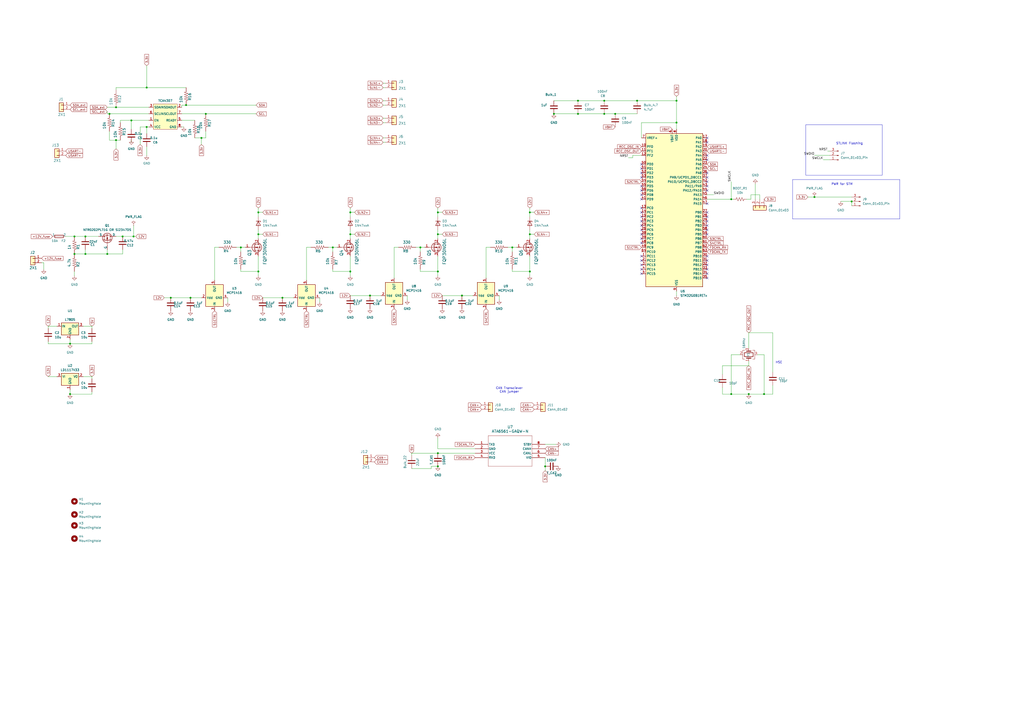
<source format=kicad_sch>
(kicad_sch (version 20250114) (generator "eeschema") (generator_version "9.0")
  (paper "A2")
  (text "HSE\n" (at 451.866 210.312 0) (effects (font (size 1.27 1.27))))
  (text "STLINK Flashing\n" (at 492.76 83.312 0) (effects (font (size 1.27 1.27))))
  (text "CAN Transciever\nCAN jumper\n" (at 295.402 226.314 0) (effects (font (size 1.27 1.27))))
  (text "PWR for STM" (at 488.442 106.934 0) (effects (font (size 1.27 1.27))))
  (text_box "" (at 459.74 104.14 0) (size 62.23 22.86) (margins 0.9525 0.9525 0.9525 0.9525) (effects (font (size 1.27 1.27)) (justify left top)))
  (text_box "" (at 467.36 72.39 0) (size 44.45 29.21) (margins 0.9525 0.9525 0.9525 0.9525) (effects (font (size 1.27 1.27)) (justify left top)))
  (junction (at 139.7 143.51))
  (junction (at 254 157.48))
  (junction (at 40.64 228.6))
  (junction (at 392.43 58.42))
  (junction (at 335.28 66.04))
  (junction (at 350.52 58.42))
  (junction (at 203.2 123.19))
  (junction (at 203.2 135.89))
  (junction (at 43.18 137.16))
  (junction (at 243.84 143.51))
  (junction (at 110.49 172.72))
  (junction (at 63.5 66.04))
  (junction (at 71.12 137.16))
  (junction (at 193.04 143.51))
  (junction (at 254 270.51))
  (junction (at 356.87 66.04))
  (junction (at 254 262.89))
  (junction (at 43.18 147.32))
  (junction (at 254 123.19))
  (junction (at 472.44 114.3))
  (junction (at 307.34 135.89))
  (junction (at 149.86 157.48))
  (junction (at 434.34 228.6))
  (junction (at 350.52 66.04))
  (junction (at 335.28 58.42))
  (junction (at 443.23 228.6))
  (junction (at 107.95 60.96))
  (junction (at 424.18 115.57))
  (junction (at 76.2 69.85))
  (junction (at 149.86 123.19))
  (junction (at 307.34 157.48))
  (junction (at 149.86 135.89))
  (junction (at 119.38 66.04))
  (junction (at 316.23 270.51))
  (junction (at 85.09 50.8))
  (junction (at 392.43 71.12))
  (junction (at 494.03 116.84))
  (junction (at 307.34 123.19))
  (junction (at 214.63 171.45))
  (junction (at 163.83 172.72))
  (junction (at 116.84 80.01))
  (junction (at 267.97 171.45))
  (junction (at 297.18 143.51))
  (junction (at 77.47 137.16))
  (junction (at 99.06 172.72))
  (junction (at 85.09 73.66))
  (junction (at 321.31 66.04))
  (junction (at 67.31 81.28))
  (junction (at 49.53 147.32))
  (junction (at 67.31 62.23))
  (junction (at 254 135.89))
  (junction (at 49.53 137.16))
  (junction (at 203.2 157.48))
  (junction (at 369.57 58.42))
  (junction (at 62.23 147.32))
  (junction (at 40.64 199.39))
  (junction (at 424.18 228.6))
  (no_connect (at 372.11 148.59))
  (no_connect (at 410.21 156.21))
  (no_connect (at 410.21 92.71))
  (no_connect (at 372.11 120.65))
  (no_connect (at 372.11 115.57))
  (no_connect (at 372.11 130.81))
  (no_connect (at 372.11 128.27))
  (no_connect (at 410.21 123.19))
  (no_connect (at 410.21 161.29))
  (no_connect (at 372.11 156.21))
  (no_connect (at 410.21 107.95))
  (no_connect (at 372.11 110.49))
  (no_connect (at 410.21 151.13))
  (no_connect (at 372.11 107.95))
  (no_connect (at 410.21 105.41))
  (no_connect (at 410.21 158.75))
  (no_connect (at 410.21 133.35))
  (no_connect (at 372.11 97.79))
  (no_connect (at 410.21 80.01))
  (no_connect (at 372.11 151.13))
  (no_connect (at 410.21 102.87))
  (no_connect (at 372.11 113.03))
  (no_connect (at 372.11 153.67))
  (no_connect (at 372.11 125.73))
  (no_connect (at 410.21 100.33))
  (no_connect (at 372.11 140.97))
  (no_connect (at 410.21 110.49))
  (no_connect (at 410.21 125.73))
  (no_connect (at 372.11 138.43))
  (no_connect (at 410.21 128.27))
  (no_connect (at 372.11 123.19))
  (no_connect (at 410.21 82.55))
  (no_connect (at 372.11 133.35))
  (no_connect (at 372.11 158.75))
  (no_connect (at 410.21 148.59))
  (no_connect (at 372.11 102.87))
  (no_connect (at 372.11 135.89))
  (no_connect (at 372.11 100.33))
  (no_connect (at 410.21 118.11))
  (no_connect (at 372.11 95.25))
  (no_connect (at 410.21 135.89))
  (no_connect (at 410.21 90.17))
  (no_connect (at 410.21 153.67))
  (no_connect (at 410.21 130.81))
  (wire (pts (xy 222.25 82.55) (xy 223.52 82.55)))
  (wire (pts (xy 307.34 157.48) (xy 307.34 160.02)))
  (wire (pts (xy 81.28 73.66) (xy 85.09 73.66)))
  (wire (pts (xy 392.43 55.88) (xy 392.43 58.42)))
  (wire (pts (xy 149.86 133.35) (xy 149.86 135.89)))
  (wire (pts (xy 392.43 58.42) (xy 369.57 58.42)))
  (wire (pts (xy 27.94 199.39) (xy 27.94 198.12)))
  (wire (pts (xy 203.2 123.19) (xy 205.74 123.19)))
  (wire (pts (xy 477.52 92.71) (xy 481.33 92.71)))
  (wire (pts (xy 149.86 135.89) (xy 149.86 138.43)))
  (wire (pts (xy 193.04 143.51) (xy 195.58 143.51)))
  (wire (pts (xy 203.2 123.19) (xy 203.2 125.73)))
  (wire (pts (xy 480.06 87.63) (xy 481.33 87.63)))
  (wire (pts (xy 49.53 137.16) (xy 57.15 137.16)))
  (wire (pts (xy 63.5 81.28) (xy 67.31 81.28)))
  (wire (pts (xy 53.34 218.44) (xy 53.34 219.71)))
  (wire (pts (xy 254 135.89) (xy 254 138.43)))
  (wire (pts (xy 372.11 71.12) (xy 392.43 71.12)))
  (wire (pts (xy 297.18 143.51) (xy 297.18 146.05)))
  (wire (pts (xy 105.41 66.04) (xy 119.38 66.04)))
  (wire (pts (xy 297.18 143.51) (xy 299.72 143.51)))
  (wire (pts (xy 472.44 114.3) (xy 494.03 114.3)))
  (wire (pts (xy 63.5 76.2) (xy 63.5 81.28)))
  (wire (pts (xy 27.94 189.23) (xy 33.02 189.23)))
  (wire (pts (xy 110.49 172.72) (xy 116.84 172.72)))
  (wire (pts (xy 139.7 143.51) (xy 142.24 143.51)))
  (wire (pts (xy 222.25 68.58) (xy 223.52 68.58)))
  (wire (pts (xy 63.5 66.04) (xy 62.23 66.04)))
  (wire (pts (xy 203.2 133.35) (xy 203.2 135.89)))
  (wire (pts (xy 228.6 143.51) (xy 231.14 143.51)))
  (wire (pts (xy 24.13 152.4) (xy 25.4 152.4)))
  (wire (pts (xy 76.2 69.85) (xy 76.2 74.93)))
  (wire (pts (xy 424.18 115.57) (xy 425.45 115.57)))
  (wire (pts (xy 289.56 171.45) (xy 289.56 173.99)))
  (wire (pts (xy 124.46 143.51) (xy 127 143.51)))
  (wire (pts (xy 281.94 143.51) (xy 284.48 143.51)))
  (wire (pts (xy 243.84 143.51) (xy 243.84 146.05)))
  (wire (pts (xy 419.1 212.09) (xy 419.1 217.17)))
  (wire (pts (xy 193.04 157.48) (xy 203.2 157.48)))
  (wire (pts (xy 443.23 228.6) (xy 443.23 205.74)))
  (wire (pts (xy 250.19 271.78) (xy 250.19 270.51)))
  (wire (pts (xy 203.2 171.45) (xy 214.63 171.45)))
  (wire (pts (xy 137.16 143.51) (xy 139.7 143.51)))
  (wire (pts (xy 448.31 228.6) (xy 443.23 228.6)))
  (wire (pts (xy 85.09 50.8) (xy 85.09 38.1)))
  (wire (pts (xy 49.53 147.32) (xy 43.18 147.32)))
  (wire (pts (xy 254 123.19) (xy 256.54 123.19)))
  (wire (pts (xy 69.85 69.85) (xy 69.85 71.12)))
  (wire (pts (xy 364.49 91.44) (xy 367.03 91.44)))
  (wire (pts (xy 297.18 156.21) (xy 297.18 157.48)))
  (wire (pts (xy 254 157.48) (xy 254 148.59)))
  (wire (pts (xy 243.84 156.21) (xy 243.84 157.48)))
  (wire (pts (xy 222.25 80.01) (xy 223.52 80.01)))
  (wire (pts (xy 350.52 58.42) (xy 369.57 58.42)))
  (wire (pts (xy 228.6 143.51) (xy 228.6 161.29)))
  (wire (pts (xy 85.09 50.8) (xy 107.95 50.8)))
  (wire (pts (xy 62.23 147.32) (xy 49.53 147.32)))
  (wire (pts (xy 119.38 66.04) (xy 148.59 66.04)))
  (wire (pts (xy 116.84 80.01) (xy 119.38 80.01)))
  (wire (pts (xy 81.28 73.66) (xy 81.28 83.82)))
  (wire (pts (xy 494.03 116.84) (xy 494.03 119.38)))
  (wire (pts (xy 392.43 71.12) (xy 392.43 74.93)))
  (wire (pts (xy 307.34 135.89) (xy 307.34 138.43)))
  (wire (pts (xy 424.18 228.6) (xy 434.34 228.6)))
  (wire (pts (xy 254 262.89) (xy 275.59 262.89)))
  (wire (pts (xy 297.18 157.48) (xy 307.34 157.48)))
  (wire (pts (xy 113.03 80.01) (xy 116.84 80.01)))
  (wire (pts (xy 367.03 90.17) (xy 372.11 90.17)))
  (wire (pts (xy 254 135.89) (xy 256.54 135.89)))
  (wire (pts (xy 86.36 69.85) (xy 76.2 69.85)))
  (wire (pts (xy 203.2 157.48) (xy 203.2 160.02)))
  (wire (pts (xy 424.18 205.74) (xy 429.26 205.74)))
  (wire (pts (xy 443.23 205.74) (xy 439.42 205.74)))
  (wire (pts (xy 419.1 212.09) (xy 434.34 212.09)))
  (wire (pts (xy 124.46 143.51) (xy 124.46 162.56)))
  (wire (pts (xy 71.12 137.16) (xy 77.47 137.16)))
  (wire (pts (xy 71.12 144.78) (xy 71.12 147.32)))
  (wire (pts (xy 254 123.19) (xy 254 125.73)))
  (wire (pts (xy 222.25 58.42) (xy 223.52 58.42)))
  (wire (pts (xy 193.04 156.21) (xy 193.04 157.48)))
  (wire (pts (xy 67.31 62.23) (xy 62.23 62.23)))
  (wire (pts (xy 48.26 189.23) (xy 53.34 189.23)))
  (wire (pts (xy 256.54 171.45) (xy 267.97 171.45)))
  (wire (pts (xy 448.31 223.52) (xy 448.31 228.6)))
  (wire (pts (xy 53.34 189.23) (xy 53.34 190.5)))
  (wire (pts (xy 281.94 143.51) (xy 281.94 161.29)))
  (wire (pts (xy 62.23 144.78) (xy 62.23 147.32)))
  (wire (pts (xy 275.59 260.35) (xy 254 260.35)))
  (wire (pts (xy 372.11 71.12) (xy 372.11 80.01)))
  (wire (pts (xy 185.42 172.72) (xy 185.42 175.26)))
  (wire (pts (xy 267.97 171.45) (xy 274.32 171.45)))
  (wire (pts (xy 38.1 137.16) (xy 43.18 137.16)))
  (wire (pts (xy 424.18 205.74) (xy 424.18 228.6)))
  (wire (pts (xy 25.4 152.4) (xy 25.4 156.21)))
  (wire (pts (xy 241.3 143.51) (xy 243.84 143.51)))
  (wire (pts (xy 149.86 123.19) (xy 152.4 123.19)))
  (wire (pts (xy 424.18 105.41) (xy 424.18 115.57)))
  (wire (pts (xy 105.41 60.96) (xy 107.95 60.96)))
  (wire (pts (xy 149.86 120.65) (xy 149.86 123.19)))
  (wire (pts (xy 433.07 115.57) (xy 435.61 115.57)))
  (wire (pts (xy 49.53 144.78) (xy 49.53 147.32)))
  (wire (pts (xy 316.23 270.51) (xy 316.23 265.43)))
  (wire (pts (xy 203.2 135.89) (xy 203.2 138.43)))
  (wire (pts (xy 63.5 66.04) (xy 86.36 66.04)))
  (wire (pts (xy 419.1 224.79) (xy 419.1 228.6)))
  (wire (pts (xy 85.09 73.66) (xy 86.36 73.66)))
  (wire (pts (xy 40.64 196.85) (xy 40.64 199.39)))
  (wire (pts (xy 149.86 135.89) (xy 152.4 135.89)))
  (wire (pts (xy 307.34 133.35) (xy 307.34 135.89)))
  (wire (pts (xy 254 254) (xy 254 260.35)))
  (wire (pts (xy 139.7 143.51) (xy 139.7 146.05)))
  (wire (pts (xy 434.34 193.04) (xy 434.34 201.93)))
  (wire (pts (xy 250.19 270.51) (xy 254 270.51)))
  (wire (pts (xy 105.41 69.85) (xy 113.03 69.85)))
  (wire (pts (xy 177.8 143.51) (xy 177.8 162.56)))
  (wire (pts (xy 254 120.65) (xy 254 123.19)))
  (wire (pts (xy 67.31 62.23) (xy 86.36 62.23)))
  (wire (pts (xy 222.25 50.8) (xy 223.52 50.8)))
  (wire (pts (xy 132.08 172.72) (xy 132.08 175.26)))
  (wire (pts (xy 243.84 143.51) (xy 246.38 143.51)))
  (wire (pts (xy 367.03 91.44) (xy 367.03 90.17)))
  (wire (pts (xy 321.31 58.42) (xy 335.28 58.42)))
  (wire (pts (xy 105.41 60.96) (xy 105.41 62.23)))
  (wire (pts (xy 76.2 82.55) (xy 76.2 81.28)))
  (wire (pts (xy 105.41 73.66) (xy 106.68 73.66)))
  (wire (pts (xy 203.2 120.65) (xy 203.2 123.19)))
  (wire (pts (xy 107.95 60.96) (xy 148.59 60.96)))
  (wire (pts (xy 316.23 273.05) (xy 316.23 270.51)))
  (wire (pts (xy 294.64 143.51) (xy 297.18 143.51)))
  (wire (pts (xy 149.86 157.48) (xy 149.86 148.59)))
  (wire (pts (xy 236.22 171.45) (xy 236.22 173.99)))
  (wire (pts (xy 43.18 137.16) (xy 49.53 137.16)))
  (wire (pts (xy 307.34 123.19) (xy 307.34 125.73)))
  (wire (pts (xy 254 157.48) (xy 254 160.02)))
  (wire (pts (xy 53.34 199.39) (xy 53.34 198.12)))
  (wire (pts (xy 307.34 157.48) (xy 307.34 148.59)))
  (wire (pts (xy 67.31 50.8) (xy 67.31 52.07)))
  (wire (pts (xy 222.25 60.96) (xy 223.52 60.96)))
  (wire (pts (xy 448.31 193.04) (xy 448.31 215.9)))
  (wire (pts (xy 307.34 120.65) (xy 307.34 123.19)))
  (wire (pts (xy 77.47 130.81) (xy 77.47 137.16)))
  (wire (pts (xy 410.21 115.57) (xy 424.18 115.57)))
  (wire (pts (xy 40.64 228.6) (xy 53.34 228.6)))
  (wire (pts (xy 468.63 114.3) (xy 472.44 114.3)))
  (wire (pts (xy 27.94 190.5) (xy 27.94 189.23)))
  (wire (pts (xy 116.84 80.01) (xy 116.84 83.82)))
  (wire (pts (xy 222.25 71.12) (xy 223.52 71.12)))
  (wire (pts (xy 243.84 157.48) (xy 254 157.48)))
  (wire (pts (xy 356.87 66.04) (xy 369.57 66.04)))
  (wire (pts (xy 85.09 90.17) (xy 85.09 85.09)))
  (wire (pts (xy 53.34 228.6) (xy 53.34 227.33)))
  (wire (pts (xy 119.38 80.01) (xy 119.38 76.2)))
  (wire (pts (xy 71.12 147.32) (xy 62.23 147.32)))
  (wire (pts (xy 307.34 123.19) (xy 309.88 123.19)))
  (wire (pts (xy 222.25 48.26) (xy 223.52 48.26)))
  (wire (pts (xy 435.61 115.57) (xy 435.61 113.03)))
  (wire (pts (xy 321.31 66.04) (xy 335.28 66.04)))
  (wire (pts (xy 76.2 69.85) (xy 69.85 69.85)))
  (wire (pts (xy 203.2 157.48) (xy 203.2 148.59)))
  (wire (pts (xy 307.34 135.89) (xy 309.88 135.89)))
  (wire (pts (xy 410.21 113.03) (xy 414.02 113.03)))
  (wire (pts (xy 85.09 77.47) (xy 85.09 73.66)))
  (wire (pts (xy 238.76 262.89) (xy 238.76 264.16)))
  (wire (pts (xy 238.76 271.78) (xy 250.19 271.78)))
  (wire (pts (xy 27.94 199.39) (xy 40.64 199.39)))
  (wire (pts (xy 335.28 66.04) (xy 350.52 66.04)))
  (wire (pts (xy 335.28 58.42) (xy 350.52 58.42)))
  (wire (pts (xy 67.31 81.28) (xy 69.85 81.28)))
  (wire (pts (xy 177.8 143.51) (xy 180.34 143.51)))
  (wire (pts (xy 139.7 157.48) (xy 149.86 157.48)))
  (wire (pts (xy 67.31 50.8) (xy 85.09 50.8)))
  (wire (pts (xy 48.26 218.44) (xy 53.34 218.44)))
  (wire (pts (xy 40.64 226.06) (xy 40.64 228.6)))
  (wire (pts (xy 152.4 172.72) (xy 163.83 172.72)))
  (wire (pts (xy 238.76 262.89) (xy 254 262.89)))
  (wire (pts (xy 434.34 212.09) (xy 434.34 209.55)))
  (wire (pts (xy 214.63 171.45) (xy 220.98 171.45)))
  (wire (pts (xy 27.94 218.44) (xy 33.02 218.44)))
  (wire (pts (xy 163.83 172.72) (xy 170.18 172.72)))
  (wire (pts (xy 316.23 257.81) (xy 322.58 257.81)))
  (wire (pts (xy 472.44 90.17) (xy 481.33 90.17)))
  (wire (pts (xy 190.5 143.51) (xy 193.04 143.51)))
  (wire (pts (xy 43.18 157.48) (xy 43.18 160.02)))
  (wire (pts (xy 95.25 172.72) (xy 99.06 172.72)))
  (wire (pts (xy 440.69 113.03) (xy 440.69 115.57)))
  (wire (pts (xy 419.1 228.6) (xy 424.18 228.6)))
  (wire (pts (xy 139.7 156.21) (xy 139.7 157.48)))
  (wire (pts (xy 438.15 106.68) (xy 438.15 115.57)))
  (wire (pts (xy 434.34 228.6) (xy 443.23 228.6)))
  (wire (pts (xy 149.86 123.19) (xy 149.86 125.73)))
  (wire (pts (xy 149.86 157.48) (xy 149.86 160.02)))
  (wire (pts (xy 193.04 143.51) (xy 193.04 146.05)))
  (wire (pts (xy 77.47 137.16) (xy 78.74 137.16)))
  (wire (pts (xy 67.31 81.28) (xy 67.31 86.36)))
  (wire (pts (xy 494.03 116.84) (xy 487.68 116.84)))
  (wire (pts (xy 99.06 172.72) (xy 110.49 172.72)))
  (wire (pts (xy 434.34 193.04) (xy 448.31 193.04)))
  (wire (pts (xy 435.61 113.03) (xy 440.69 113.03)))
  (wire (pts (xy 67.31 137.16) (xy 71.12 137.16)))
  (wire (pts (xy 392.43 168.91) (xy 392.43 171.45)))
  (wire (pts (xy 203.2 135.89) (xy 205.74 135.89)))
  (wire (pts (xy 40.64 199.39) (xy 53.34 199.39)))
  (wire (pts (xy 62.23 66.04) (xy 62.23 64.77)))
  (wire (pts (xy 392.43 58.42) (xy 392.43 71.12)))
  (wire (pts (xy 254 133.35) (xy 254 135.89)))
  (wire (pts (xy 350.52 66.04) (xy 356.87 66.04)))
  (label "SWCLK" (at 477.52 92.71 180))
  (label "SWDIO" (at 414.02 113.03 0))
  (label "SWDIO" (at 472.44 90.17 180))
  (label "NRST" (at 364.49 91.44 180))
  (label "SWCLK" (at 424.18 105.41 90))
  (label "NRST" (at 480.06 87.63 180))
  (global_label "3.3V" (shape input) (at 443.23 115.57 0) (property "Intersheetrefs" "${INTERSHEET_REFS}" (effects (hide yes))))
  (global_label "CAN+" (shape input) (at 279.4 234.95 180) (property "Intersheetrefs" "${INTERSHEET_REFS}" (effects (hide yes))))
  (global_label "SLN4+" (shape input) (at 222.25 80.01 180) (property "Intersheetrefs" "${INTERSHEET_REFS}" (effects (hide yes))))
  (global_label "S3CTRL" (shape input) (at 228.6 179.07 270) (property "Intersheetrefs" "${INTERSHEET_REFS}" (effects (hide yes))))
  (global_label "12V" (shape input) (at 149.86 120.65 90) (property "Intersheetrefs" "${INTERSHEET_REFS}" (effects (hide yes))))
  (global_label "S2CTRL" (shape input) (at 177.8 180.34 270) (property "Intersheetrefs" "${INTERSHEET_REFS}" (effects (hide yes))))
  (global_label "SDA_ext" (shape input) (at 62.23 62.23 180) (property "Intersheetrefs" "${INTERSHEET_REFS}" (effects (hide yes))))
  (global_label "VBAT" (shape input) (at 389.89 74.93 180) (property "Intersheetrefs" "${INTERSHEET_REFS}" (effects (hide yes))))
  (global_label "SLN1-" (shape input) (at 222.25 50.8 180) (property "Intersheetrefs" "${INTERSHEET_REFS}" (effects (hide yes))))
  (global_label "12V" (shape input) (at 27.94 218.44 90) (property "Intersheetrefs" "${INTERSHEET_REFS}" (effects (hide yes))))
  (global_label "USART1-" (shape input) (at 410.21 87.63 0) (property "Intersheetrefs" "${INTERSHEET_REFS}" (effects (hide yes))))
  (global_label "12V" (shape input) (at 307.34 120.65 90) (property "Intersheetrefs" "${INTERSHEET_REFS}" (effects (hide yes))))
  (global_label "12V" (shape input) (at 78.74 137.16 0) (property "Intersheetrefs" "${INTERSHEET_REFS}" (effects (hide yes))))
  (global_label "USART+" (shape input) (at 38.1 90.17 0) (property "Intersheetrefs" "${INTERSHEET_REFS}" (effects (hide yes))))
  (global_label "CAN-" (shape input) (at 309.88 237.49 180) (property "Intersheetrefs" "${INTERSHEET_REFS}" (effects (hide yes))))
  (global_label "5V" (shape input) (at 238.76 262.89 90) (property "Intersheetrefs" "${INTERSHEET_REFS}" (effects (hide yes))))
  (global_label "RCC_OSC_OUT" (shape input) (at 372.11 87.63 180) (property "Intersheetrefs" "${INTERSHEET_REFS}" (effects (hide yes))))
  (global_label "SDA" (shape input) (at 148.59 60.96 0) (property "Intersheetrefs" "${INTERSHEET_REFS}" (effects (hide yes))))
  (global_label "SCL" (shape input) (at 148.59 66.04 0) (property "Intersheetrefs" "${INTERSHEET_REFS}" (effects (hide yes))))
  (global_label "SCL" (shape input) (at 410.21 97.79 0) (property "Intersheetrefs" "${INTERSHEET_REFS}" (effects (hide yes))))
  (global_label "SLN1+" (shape input) (at 222.25 48.26 180) (property "Intersheetrefs" "${INTERSHEET_REFS}" (effects (hide yes))))
  (global_label "CAN-" (shape input) (at 217.17 265.43 0) (property "Intersheetrefs" "${INTERSHEET_REFS}" (effects (hide yes))))
  (global_label "12V" (shape input) (at 254 120.65 90) (property "Intersheetrefs" "${INTERSHEET_REFS}" (effects (hide yes))))
  (global_label "SLN2-" (shape input) (at 205.74 135.89 0) (property "Intersheetrefs" "${INTERSHEET_REFS}" (effects (hide yes))))
  (global_label "3.3V" (shape input) (at 53.34 218.44 90) (property "Intersheetrefs" "${INTERSHEET_REFS}" (effects (hide yes))))
  (global_label "SLN4-" (shape input) (at 222.25 82.55 180) (property "Intersheetrefs" "${INTERSHEET_REFS}" (effects (hide yes))))
  (global_label "SLN3+" (shape input) (at 256.54 123.19 0) (property "Intersheetrefs" "${INTERSHEET_REFS}" (effects (hide yes))))
  (global_label "S4CTRL" (shape input) (at 281.94 179.07 270) (property "Intersheetrefs" "${INTERSHEET_REFS}" (effects (hide yes))))
  (global_label "3.3V" (shape input) (at 67.31 86.36 270) (property "Intersheetrefs" "${INTERSHEET_REFS}" (effects (hide yes))))
  (global_label "VBAT" (shape input) (at 356.87 73.66 180) (property "Intersheetrefs" "${INTERSHEET_REFS}" (effects (hide yes))))
  (global_label "SLN3+" (shape input) (at 222.25 68.58 180) (property "Intersheetrefs" "${INTERSHEET_REFS}" (effects (hide yes))))
  (global_label "RCC_OSC_OUT" (shape input) (at 434.34 193.04 90) (property "Intersheetrefs" "${INTERSHEET_REFS}" (effects (hide yes))))
  (global_label "+12V_fuse" (shape input) (at 24.13 149.86 0) (property "Intersheetrefs" "${INTERSHEET_REFS}" (effects (hide yes))))
  (global_label "3.3V" (shape input) (at 468.63 114.3 180) (property "Intersheetrefs" "${INTERSHEET_REFS}" (effects (hide yes))))
  (global_label "FDCAN_RX" (shape input) (at 410.21 143.51 0) (property "Intersheetrefs" "${INTERSHEET_REFS}" (effects (hide yes))))
  (global_label "12V" (shape input) (at 203.2 120.65 90) (property "Intersheetrefs" "${INTERSHEET_REFS}" (effects (hide yes))))
  (global_label "RCC_OSC_IN" (shape input) (at 434.34 212.09 270) (property "Intersheetrefs" "${INTERSHEET_REFS}" (effects (hide yes))))
  (global_label "S1CTRL" (shape input) (at 124.46 180.34 270) (property "Intersheetrefs" "${INTERSHEET_REFS}" (effects (hide yes))))
  (global_label "RCC_OSC_IN" (shape input) (at 372.11 85.09 180) (property "Intersheetrefs" "${INTERSHEET_REFS}" (effects (hide yes))))
  (global_label "USART-" (shape input) (at 38.1 87.63 0) (property "Intersheetrefs" "${INTERSHEET_REFS}" (effects (hide yes))))
  (global_label "FDCAN_TX" (shape input) (at 275.59 257.81 180) (property "Intersheetrefs" "${INTERSHEET_REFS}" (effects (hide yes))))
  (global_label "S4CTRL" (shape input) (at 410.21 140.97 0) (property "Intersheetrefs" "${INTERSHEET_REFS}" (effects (hide yes))))
  (global_label "SLN2+" (shape input) (at 222.25 58.42 180) (property "Intersheetrefs" "${INTERSHEET_REFS}" (effects (hide yes))))
  (global_label "FDCAN_TX" (shape input) (at 410.21 146.05 0) (property "Intersheetrefs" "${INTERSHEET_REFS}" (effects (hide yes))))
  (global_label "SDA_ext" (shape input) (at 40.64 60.96 0) (property "Intersheetrefs" "${INTERSHEET_REFS}" (effects (hide yes))))
  (global_label "S1CTRL" (shape input) (at 372.11 143.51 180) (property "Intersheetrefs" "${INTERSHEET_REFS}" (effects (hide yes))))
  (global_label "SLN3-" (shape input) (at 256.54 135.89 0) (property "Intersheetrefs" "${INTERSHEET_REFS}" (effects (hide yes))))
  (global_label "SLN1-" (shape input) (at 152.4 135.89 0) (property "Intersheetrefs" "${INTERSHEET_REFS}" (effects (hide yes))))
  (global_label "12V" (shape input) (at 27.94 189.23 90) (property "Intersheetrefs" "${INTERSHEET_REFS}" (effects (hide yes))))
  (global_label "USART1+" (shape input) (at 410.21 85.09 0) (property "Intersheetrefs" "${INTERSHEET_REFS}" (effects (hide yes))))
  (global_label "SCL_ext" (shape input) (at 40.64 63.5 0) (property "Intersheetrefs" "${INTERSHEET_REFS}" (effects (hide yes))))
  (global_label "FDCAN_RX" (shape input) (at 275.59 265.43 180) (property "Intersheetrefs" "${INTERSHEET_REFS}" (effects (hide yes))))
  (global_label "CAN+" (shape input) (at 279.4 237.49 180) (property "Intersheetrefs" "${INTERSHEET_REFS}" (effects (hide yes))))
  (global_label "SLN3-" (shape input) (at 222.25 71.12 180) (property "Intersheetrefs" "${INTERSHEET_REFS}" (effects (hide yes))))
  (global_label "SLN2+" (shape input) (at 205.74 123.19 0) (property "Intersheetrefs" "${INTERSHEET_REFS}" (effects (hide yes))))
  (global_label "12V" (shape input) (at 203.2 171.45 180) (property "Intersheetrefs" "${INTERSHEET_REFS}" (effects (hide yes))))
  (global_label "12V" (shape input) (at 256.54 171.45 180) (property "Intersheetrefs" "${INTERSHEET_REFS}" (effects (hide yes))))
  (global_label "3.3V" (shape input) (at 392.43 55.88 90) (property "Intersheetrefs" "${INTERSHEET_REFS}" (effects (hide yes))))
  (global_label "CAN-" (shape input) (at 316.23 262.89 0) (property "Intersheetrefs" "${INTERSHEET_REFS}" (effects (hide yes))))
  (global_label "3.3V" (shape input) (at 116.84 83.82 270) (property "Intersheetrefs" "${INTERSHEET_REFS}" (effects (hide yes))))
  (global_label "3.3V" (shape input) (at 85.09 38.1 90) (property "Intersheetrefs" "${INTERSHEET_REFS}" (effects (hide yes))))
  (global_label "12V" (shape input) (at 95.25 172.72 180) (property "Intersheetrefs" "${INTERSHEET_REFS}" (effects (hide yes))))
  (global_label "CAN-" (shape input) (at 309.88 234.95 180) (property "Intersheetrefs" "${INTERSHEET_REFS}" (effects (hide yes))))
  (global_label "3.3V" (shape input) (at 81.28 83.82 270) (property "Intersheetrefs" "${INTERSHEET_REFS}" (effects (hide yes))))
  (global_label "5V" (shape input) (at 53.34 189.23 90) (property "Intersheetrefs" "${INTERSHEET_REFS}" (effects (hide yes))))
  (global_label "12V" (shape input) (at 152.4 172.72 180) (property "Intersheetrefs" "${INTERSHEET_REFS}" (effects (hide yes))))
  (global_label "CAN+" (shape input) (at 316.23 260.35 0) (property "Intersheetrefs" "${INTERSHEET_REFS}" (effects (hide yes))))
  (global_label "SLN4+" (shape input) (at 309.88 123.19 0) (property "Intersheetrefs" "${INTERSHEET_REFS}" (effects (hide yes))))
  (global_label "S3CTRL" (shape input) (at 410.21 138.43 0) (property "Intersheetrefs" "${INTERSHEET_REFS}" (effects (hide yes))))
  (global_label "SCL_ext" (shape input) (at 62.23 64.77 180) (property "Intersheetrefs" "${INTERSHEET_REFS}" (effects (hide yes))))
  (global_label "SLN1+" (shape input) (at 152.4 123.19 0) (property "Intersheetrefs" "${INTERSHEET_REFS}" (effects (hide yes))))
  (global_label "CAN+" (shape input) (at 217.17 267.97 0) (property "Intersheetrefs" "${INTERSHEET_REFS}" (effects (hide yes))))
  (global_label "+12V_fuse" (shape input) (at 30.48 137.16 180) (property "Intersheetrefs" "${INTERSHEET_REFS}" (effects (hide yes))))
  (global_label "S2CTRL" (shape input) (at 372.11 105.41 180) (property "Intersheetrefs" "${INTERSHEET_REFS}" (effects (hide yes))))
  (global_label "3.3V" (shape input) (at 316.23 273.05 270) (property "Intersheetrefs" "${INTERSHEET_REFS}" (effects (hide yes))))
  (global_label "SLN4-" (shape input) (at 309.88 135.89 0) (property "Intersheetrefs" "${INTERSHEET_REFS}" (effects (hide yes))))
  (global_label "SLN2-" (shape input) (at 222.25 60.96 180) (property "Intersheetrefs" "${INTERSHEET_REFS}" (effects (hide yes))))
  (global_label "SDA" (shape input) (at 410.21 95.25 0) (property "Intersheetrefs" "${INTERSHEET_REFS}" (effects (hide yes))))
  (symbol (lib_id "Device:C") (at 53.34 223.52 0) (unit 1)
    (property "Reference" "C4" (at 46.99 222.25 0) (effects (justify left)))
    (property "Value" "10u" (at 46.99 224.79 0) (effects (justify left)))
    (property "Footprint" "Capacitor_THT:CP_Radial_D5.0mm_P2.00mm" (effects (hide yes)))
  )
  (symbol (lib_id "Transistor_FET:IRLZ34N") (at 251.46 143.51 0) (unit 1)
    (property "Reference" "Q5" (at 248.92 148.59 90) (effects (font (size 1.778 1.778)) (justify left)))
    (property "Value" "FQP30N06L" (at 257.81 153.67 90) (effects (font (size 1.778 1.778)) (justify left)))
    (property "Footprint" "Package_TO_SOT_THT:TO-220-3_Vertical" (effects (hide yes)))
    (property "Datasheet" "http://www.infineon.com/dgdl/irlz34npbf.pdf?fileId=5546d462533600a40153567206892720" (effects (hide yes)))
  )
  (symbol (lib_id "Device:C") (at 49.53 140.97 180) (unit 1)
    (property "Reference" "C1" (at 55.118 141.986 0) (effects (justify left)))
    (property "Value" "22nF" (at 56.642 140.208 0) (effects (justify left)))
    (property "Footprint" "Capacitor_SMD:C_0402_1005Metric" (effects (hide yes)))
  )
  (symbol (lib_id "Connector_Generic:Conn_01x02") (at 284.48 234.95 0) (unit 1)
    (property "Reference" "J10" (at 287.02 234.9499 0) (effects (justify left)))
    (property "Value" "Conn_01x02" (at 287.02 237.4899 0) (effects (justify left)))
    (property "Footprint" "Connector_PinHeader_2.54mm:PinHeader_1x02_P2.54mm_Vertical" (effects (hide yes)))
    (property "Description" "Generic connector, single row, 01x02, script generated (kicad-library-utils/schlib/autogen/connector/)" (effects (hide yes)))
  )
  (symbol (lib_id "PowerboardRev5-eagle-import:R-US_R0805") (at 297.18 151.13 270) (mirror x) (unit 1)
    (property "Reference" "R11" (at 298.45 153.67 0) (effects (font (size 1.4986 1.4986)) (justify left bottom)))
    (property "Value" "10k" (at 293.37 153.67 0) (effects (font (size 1.4986 1.4986)) (justify left bottom)))
    (property "Footprint" "Resistor_SMD:R_0805_2012Metric_Pad1.20x1.40mm_HandSolder" (effects (hide yes)))
  )
  (symbol (lib_id "power:GND") (at 254 254 180) (unit 1)
    (property "Reference" "#PWR050" (effects (hide yes)))
    (property "Value" "GND" (at 254 248.92 0))
  )
  (symbol (lib_id "power:GND") (at 163.83 180.34 0) (unit 1)
    (property "Reference" "#PWR031" (effects (hide yes)))
    (property "Value" "GND" (at 163.83 185.42 0))
  )
  (symbol (lib_id "Mechanical:MountingHole") (at 43.18 298.45 0) (unit 1) (exclude_from_sim yes) (in_bom no)
    (property "Reference" "H2" (at 45.72 297.1799 0) (effects (justify left)))
    (property "Value" "MountingHole" (at 45.72 299.7199 0) (effects (justify left)))
    (property "Footprint" "MountingHole:MountingHole_3.2mm_M3_DIN965" (effects (hide yes)))
    (property "Description" "Mounting Hole without connection" (effects (hide yes)))
  )
  (symbol (lib_id "Transistor_FET:IRLZ34N") (at 200.66 143.51 0) (unit 1)
    (property "Reference" "Q4" (at 198.12 148.59 90) (effects (font (size 1.778 1.778)) (justify left)))
    (property "Value" "FQP30N06L" (at 207.01 153.67 90) (effects (font (size 1.778 1.778)) (justify left)))
    (property "Footprint" "Package_TO_SOT_THT:TO-220-3_Vertical" (effects (hide yes)))
    (property "Datasheet" "http://www.infineon.com/dgdl/irlz34npbf.pdf?fileId=5546d462533600a40153567206892720" (effects (hide yes)))
  )
  (symbol (lib_id "power:GND") (at 99.06 180.34 0) (unit 1)
    (property "Reference" "#PWR027" (effects (hide yes)))
    (property "Value" "GND" (at 99.06 185.42 0))
  )
  (symbol (lib_id "power:GND") (at 185.42 175.26 0) (unit 1)
    (property "Reference" "#PWR022" (effects (hide yes)))
    (property "Value" "GND" (at 185.42 180.34 0))
  )
  (symbol (lib_id "power:GND") (at 254 270.51 0) (unit 1)
    (property "Reference" "#PWR049" (effects (hide yes)))
    (property "Value" "GND" (at 254 275.59 0))
  )
  (symbol (lib_id "PowerboardRev5-eagle-import:R-US_R0805") (at 43.18 152.4 270) (mirror x) (unit 1)
    (property "Reference" "R2" (at 44.45 154.94 0) (effects (font (size 1.4986 1.4986)) (justify left bottom)))
    (property "Value" "4.7k" (at 39.37 154.94 0) (effects (font (size 1.4986 1.4986)) (justify left bottom)))
    (property "Footprint" "Resistor_SMD:R_0402_1005Metric" (effects (hide yes)))
  )
  (symbol (lib_id "Connector_Generic:Conn_01x03") (at 440.69 120.65 270) (unit 1)
    (property "Reference" "J8" (at 445.77 119.3799 90) (effects (justify left)))
    (property "Value" "Conn_01x03" (at 445.77 121.9199 90) (effects (justify left)))
    (property "Footprint" "custom_components:slide_switch_EGER1218_Thruster" (effects (hide yes)))
    (property "Description" "Generic connector, single row, 01x03, script generated (kicad-library-utils/schlib/autogen/connector/)" (effects (hide yes)))
  )
  (symbol (lib_id "power:GND") (at 321.31 66.04 0) (unit 1)
    (property "Reference" "#PWR052" (effects (hide yes)))
    (property "Value" "GND" (at 321.31 71.12 0))
  )
  (symbol (lib_id "Connector_Generic:Conn_01x02") (at 228.6 68.58 0) (unit 1)
    (property "Reference" "J5" (at 231.14 68.58 0) (effects (font (size 1.4986 1.4986)) (justify left bottom)))
    (property "Value" "2X1" (at 231.14 72.39 0) (effects (font (size 1.4986 1.4986)) (justify left bottom)))
    (property "Footprint" "Connector_JST:JST_PH_B2B-PH-K_1x02_P2.00mm_Vertical" (effects (hide yes)))
  )
  (symbol (lib_id "Device:C") (at 99.06 176.53 180) (unit 1)
    (property "Reference" "C14" (at 104.648 177.546 0) (effects (justify left)))
    (property "Value" "0.1uF" (at 106.172 175.768 0) (effects (justify left)))
    (property "Footprint" "Capacitor_SMD:C_0402_1005Metric" (effects (hide yes)))
  )
  (symbol (lib_id "power:GND") (at 323.85 270.51 0) (unit 1)
    (property "Reference" "#PWR048" (effects (hide yes)))
    (property "Value" "GND" (at 323.85 275.59 0))
  )
  (symbol (lib_id "Device:C") (at 110.49 176.53 180) (unit 1)
    (property "Reference" "C13" (at 116.078 177.546 0) (effects (justify left)))
    (property "Value" "1uF" (at 117.602 175.768 0) (effects (justify left)))
    (property "Footprint" "Capacitor_SMD:C_0402_1005Metric" (effects (hide yes)))
  )
  (symbol (lib_id "Device:R_US") (at 429.26 115.57 90) (unit 1)
    (property "Reference" "BOOT_R1" (at 429.26 109.22 90))
    (property "Value" "10k" (at 429.26 111.76 90))
    (property "Footprint" "Resistor_SMD:R_0805_2012Metric_Pad1.20x1.40mm_HandSolder" (effects (hide yes)))
    (property "Description" "Resistor, US symbol" (effects (hide yes)))
  )
  (symbol (lib_id "Device:C") (at 350.52 62.23 0) (mirror y) (unit 1)
    (property "Reference" "C8" (at 351.028 55.626 0) (effects (justify left)))
    (property "Value" "100nF" (at 352.552 53.086 0) (effects (justify left)))
    (property "Footprint" "Capacitor_SMD:C_0805_2012Metric_Pad1.18x1.45mm_HandSolder" (effects (hide yes)))
    (property "Description" "Unpolarized capacitor" (effects (hide yes)))
  )
  (symbol (lib_id "Device:C") (at 320.04 270.51 90) (unit 1)
    (property "Reference" "T_Cd2" (at 320.04 274.32 90))
    (property "Value" "100nF" (at 320.04 266.954 90))
    (property "Footprint" "Capacitor_SMD:C_0805_2012Metric_Pad1.18x1.45mm_HandSolder" (effects (hide yes)))
    (property "Description" "Unpolarized capacitor" (effects (hide yes)))
  )
  (symbol (lib_id "Device:C") (at 71.12 140.97 180) (unit 1)
    (property "Reference" "C12" (at 77.47 142.24 0) (effects (justify left)))
    (property "Value" "0.47u" (at 77.47 139.7 0) (effects (justify left)))
    (property "Footprint" "Capacitor_SMD:C_0402_1005Metric" (effects (hide yes)))
  )
  (symbol (lib_id "PowerboardRev5-eagle-import:R-US_R0805") (at 132.08 143.51 0) (mirror x) (unit 1)
    (property "Reference" "R4" (at 129.54 144.78 0) (effects (font (size 1.4986 1.4986)) (justify left bottom)))
    (property "Value" "330" (at 129.54 139.7 0) (effects (font (size 1.4986 1.4986)) (justify left bottom)))
    (property "Footprint" "Resistor_SMD:R_0805_2012Metric_Pad1.20x1.40mm_HandSolder" (effects (hide yes)))
  )
  (symbol (lib_id "Connector_Generic:Conn_01x02") (at 228.6 80.01 0) (unit 1)
    (property "Reference" "J6" (at 231.14 80.01 0) (effects (font (size 1.4986 1.4986)) (justify left bottom)))
    (property "Value" "2X1" (at 231.14 83.82 0) (effects (font (size 1.4986 1.4986)) (justify left bottom)))
    (property "Footprint" "Connector_JST:JST_PH_B2B-PH-K_1x02_P2.00mm_Vertical" (effects (hide yes)))
  )
  (symbol (lib_id "Driver_FET:MCP1416") (at 281.94 171.45 90) (unit 1)
    (property "Reference" "U9" (at 293.37 166.0046 90))
    (property "Value" "MCP1416" (at 293.37 168.5446 90))
    (property "Footprint" "Package_TO_SOT_SMD:SOT-23-5" (effects (hide yes)))
    (property "Datasheet" "http://ww1.microchip.com/downloads/en/DeviceDoc/20002092F.pdf" (effects (hide yes)))
    (property "Description" "1.5A High speed power MOSFET driver with non-inverting output, SOT-23-5" (effects (hide yes)))
  )
  (symbol (lib_id "Device:C") (at 238.76 267.97 0) (unit 1)
    (property "Reference" "Bulk_22" (at 234.95 267.97 90))
    (property "Value" "22uF" (at 242.316 267.97 90))
    (property "Footprint" "Capacitor_SMD:C_0805_2012Metric_Pad1.18x1.45mm_HandSolder" (effects (hide yes)))
    (property "Description" "Unpolarized capacitor" (effects (hide yes)))
  )
  (symbol (lib_id "PowerboardRev5-eagle-import:R-US_R0805") (at 63.5 71.12 270) (mirror x) (unit 1)
    (property "Reference" "R14" (at 64.77 73.66 0) (effects (font (size 1.4986 1.4986)) (justify left bottom)))
    (property "Value" "10k" (at 59.69 74.93 0) (effects (font (size 1.4986 1.4986)) (justify left bottom)))
    (property "Footprint" "Resistor_SMD:R_0603_1608Metric" (effects (hide yes)))
  )
  (symbol (lib_id "Driver_FET:MCP1416") (at 124.46 172.72 90) (unit 1)
    (property "Reference" "U3" (at 135.89 167.2746 90))
    (property "Value" "MCP1416" (at 135.89 169.8146 90))
    (property "Footprint" "Package_TO_SOT_SMD:SOT-23-5" (effects (hide yes)))
    (property "Datasheet" "http://ww1.microchip.com/downloads/en/DeviceDoc/20002092F.pdf" (effects (hide yes)))
    (property "Description" "1.5A High speed power MOSFET driver with non-inverting output, SOT-23-5" (effects (hide yes)))
  )
  (symbol (lib_id "Regulator_Linear:LD1117S33TR_SOT223") (at 40.64 218.44 0) (unit 1)
    (property "Reference" "U2" (at 40.64 212.09 0))
    (property "Value" "LD1117V33" (at 40.64 214.63 0))
    (property "Footprint" "Package_TO_SOT_THT:TO-220-3_Vertical" (effects (hide yes)))
    (property "Datasheet" "http://www.st.com/st-web-ui/static/active/en/resource/technical/document/datasheet/CD00000544.pdf" (effects (hide yes)))
  )
  (symbol (lib_id "power:GND") (at 267.97 179.07 0) (unit 1)
    (property "Reference" "#PWR036" (effects (hide yes)))
    (property "Value" "GND" (at 267.97 184.15 0))
  )
  (symbol (lib_id "power:GND") (at 106.68 73.66 0) (unit 1)
    (property "Reference" "#PWR034" (effects (hide yes)))
    (property "Value" "GND" (at 106.68 78.74 0))
  )
  (symbol (lib_id "power:GND") (at 152.4 180.34 0) (unit 1)
    (property "Reference" "#PWR028" (effects (hide yes)))
    (property "Value" "GND" (at 152.4 185.42 0))
  )
  (symbol (lib_id "PowerboardRev5-eagle-import:R-US_R0805") (at 107.95 55.88 270) (mirror x) (unit 1)
    (property "Reference" "R16" (at 109.22 58.42 0) (effects (font (size 1.4986 1.4986)) (justify left bottom)))
    (property "Value" "10k" (at 104.14 59.69 0) (effects (font (size 1.4986 1.4986)) (justify left bottom)))
    (property "Footprint" "Resistor_SMD:R_0603_1608Metric" (effects (hide yes)))
  )
  (symbol (lib_id "power:GND") (at 487.68 116.84 0) (unit 1)
    (property "Reference" "#PWR053" (effects (hide yes)))
    (property "Value" "GND" (at 487.68 121.92 0))
  )
  (symbol (lib_id "Device:C") (at 254 266.7 0) (unit 1)
    (property "Reference" "T_Cd1" (at 250.19 266.7 90))
    (property "Value" "100nF" (at 257.556 266.7 90))
    (property "Footprint" "Capacitor_SMD:C_0805_2012Metric_Pad1.18x1.45mm_HandSolder" (effects (hide yes)))
    (property "Description" "Unpolarized capacitor" (effects (hide yes)))
  )
  (symbol (lib_id "power:GND") (at 40.64 199.39 0) (unit 1)
    (property "Reference" "#PWR012" (effects (hide yes)))
    (property "Value" "GND" (at 40.64 204.47 0))
  )
  (symbol (lib_id "PowerboardRev5-eagle-import:R-US_R0805") (at 113.03 74.93 270) (mirror x) (unit 1)
    (property "Reference" "R18" (at 114.3 77.47 0) (effects (font (size 1.4986 1.4986)) (justify left bottom)))
    (property "Value" "10k" (at 109.22 78.74 0) (effects (font (size 1.4986 1.4986)) (justify left bottom)))
    (property "Footprint" "Resistor_SMD:R_0603_1608Metric" (effects (hide yes)))
  )
  (symbol (lib_id "Connector_Generic:Conn_01x02") (at 33.02 87.63 0) (mirror y) (unit 1)
    (property "Reference" "J13" (at 34.29 85.09 0) (effects (font (size 1.4986 1.4986)) (justify left bottom)))
    (property "Value" "2X1" (at 35.56 93.98 0) (effects (font (size 1.4986 1.4986)) (justify left bottom)))
    (property "Footprint" "Connector_JST:JST_PH_B2B-PH-K_1x02_P2.00mm_Vertical" (effects (hide yes)))
  )
  (symbol (lib_id "PowerboardRev5-eagle-import:R-US_R0805") (at 69.85 76.2 270) (mirror x) (unit 1)
    (property "Reference" "R15" (at 71.12 78.74 0) (effects (font (size 1.4986 1.4986)) (justify left bottom)))
    (property "Value" "10k" (at 66.04 80.01 0) (effects (font (size 1.4986 1.4986)) (justify left bottom)))
    (property "Footprint" "Resistor_SMD:R_0603_1608Metric" (effects (hide yes)))
  )
  (symbol (lib_id "Diode:1N47xxA") (at 203.2 129.54 270) (unit 1)
    (property "Reference" "D2" (at 205.74 128.27 90) (effects (justify left)))
    (property "Value" "1N47xxA" (at 205.74 130.81 90) (effects (justify left)))
    (property "Footprint" "Diode_THT:D_DO-41_SOD81_P10.16mm_Horizontal" (effects (hide yes)))
    (property "Datasheet" "https://www.vishay.com/docs/85816/1n4728a.pdf" (effects (hide yes)))
  )
  (symbol (lib_id "power:GND") (at 254 160.02 0) (unit 1)
    (property "Reference" "#PWR020" (effects (hide yes)))
    (property "Value" "GND" (at 254 165.1 0))
  )
  (symbol (lib_id "power:GND") (at 203.2 160.02 0) (unit 1)
    (property "Reference" "#PWR019" (effects (hide yes)))
    (property "Value" "GND" (at 203.2 165.1 0))
  )
  (symbol (lib_id "Connector_Generic:Conn_01x02") (at 19.05 149.86 0) (mirror y) (unit 1)
    (property "Reference" "J2" (at 20.32 147.32 0) (effects (font (size 1.4986 1.4986)) (justify left bottom)))
    (property "Value" "2X1" (at 21.59 156.21 0) (effects (font (size 1.4986 1.4986)) (justify left bottom)))
    (property "Footprint" "Connector_JST:JST_PH_B2B-PH-K_1x02_P2.00mm_Vertical" (effects (hide yes)))
  )
  (symbol (lib_id "Driver_FET:MCP1416") (at 228.6 171.45 90) (unit 1)
    (property "Reference" "U8" (at 240.03 166.0046 90))
    (property "Value" "MCP1416" (at 240.03 168.5446 90))
    (property "Footprint" "Package_TO_SOT_SMD:SOT-23-5" (effects (hide yes)))
    (property "Datasheet" "http://ww1.microchip.com/downloads/en/DeviceDoc/20002092F.pdf" (effects (hide yes)))
    (property "Description" "1.5A High speed power MOSFET driver with non-inverting output, SOT-23-5" (effects (hide yes)))
  )
  (symbol (lib_id "power:GND") (at 132.08 175.26 0) (unit 1)
    (property "Reference" "#PWR025" (effects (hide yes)))
    (property "Value" "GND" (at 132.08 180.34 0))
  )
  (symbol (lib_id "PowerboardRev5-eagle-import:R-US_R0805") (at 119.38 71.12 270) (mirror x) (unit 1)
    (property "Reference" "R17" (at 120.65 73.66 0) (effects (font (size 1.4986 1.4986)) (justify left bottom)))
    (property "Value" "10k" (at 115.57 74.93 0) (effects (font (size 1.4986 1.4986)) (justify left bottom)))
    (property "Footprint" "Resistor_SMD:R_0603_1608Metric" (effects (hide yes)))
  )
  (symbol (lib_id "MCU_ST_STM32G0:STM32G0B1RETx") (at 389.89 123.19 0) (unit 1)
    (property "Reference" "U6" (at 394.6241 168.91 0) (effects (justify left)))
    (property "Value" "STM32G0B1RETx" (at 394.6241 171.45 0) (effects (justify left)))
    (property "Footprint" "Package_QFP:LQFP-64_10x10mm_P0.5mm" (effects (hide yes)))
    (property "Datasheet" "https://www.st.com/resource/en/datasheet/stm32g0b1re.pdf" (effects (hide yes)))
  )
  (symbol (lib_id "Device:C") (at 53.34 194.31 0) (unit 1)
    (property "Reference" "C3" (at 46.99 193.04 0) (effects (justify left)))
    (property "Value" "10u" (at 46.99 195.58 0) (effects (justify left)))
    (property "Footprint" "Capacitor_THT:CP_Radial_D5.0mm_P2.00mm" (effects (hide yes)))
  )
  (symbol (lib_id "power:GND") (at 43.18 160.02 0) (unit 1)
    (property "Reference" "#PWR01" (effects (hide yes)))
    (property "Value" "GND" (at 43.18 165.1 0))
  )
  (symbol (lib_id "Device:C") (at 419.1 220.98 0) (unit 1)
    (property "Reference" "C10" (at 414.02 220.726 0) (effects (justify left)))
    (property "Value" "10pF" (at 422.91 222.2499 0) (effects (justify left)))
    (property "Footprint" "Capacitor_SMD:C_0402_1005Metric_Pad0.74x0.62mm_HandSolder" (effects (hide yes)))
    (property "Description" "Unpolarized capacitor" (effects (hide yes)))
  )
  (symbol (lib_id "PowerboardRev5-eagle-import:R-US_R0805") (at 43.18 142.24 270) (mirror x) (unit 1)
    (property "Reference" "R1" (at 44.45 144.78 0) (effects (font (size 1.4986 1.4986)) (justify left bottom)))
    (property "Value" "1k" (at 39.37 144.78 0) (effects (font (size 1.4986 1.4986)) (justify left bottom)))
    (property "Footprint" "Resistor_SMD:R_0402_1005Metric" (effects (hide yes)))
  )
  (symbol (lib_id "power:GND") (at 434.34 228.6 0) (unit 1)
    (property "Reference" "#PWR054" (effects (hide yes)))
    (property "Value" "GND" (at 434.34 233.68 0))
  )
  (symbol (lib_id "Diode:1N47xxA") (at 254 129.54 270) (unit 1)
    (property "Reference" "D3" (at 256.54 128.27 90) (effects (justify left)))
    (property "Value" "1N47xxA" (at 256.54 130.81 90) (effects (justify left)))
    (property "Footprint" "Diode_THT:D_DO-41_SOD81_P10.16mm_Horizontal" (effects (hide yes)))
    (property "Datasheet" "https://www.vishay.com/docs/85816/1n4728a.pdf" (effects (hide yes)))
  )
  (symbol (lib_id "power:GND") (at 438.15 106.68 180) (unit 1)
    (property "Reference" "#PWR044" (effects (hide yes)))
    (property "Value" "GND" (at 438.15 101.6 0))
  )
  (symbol (lib_id "power:GND") (at 289.56 173.99 0) (unit 1)
    (property "Reference" "#PWR024" (effects (hide yes)))
    (property "Value" "GND" (at 289.56 179.07 0))
  )
  (symbol (lib_id "power:GND") (at 322.58 257.81 90) (unit 1)
    (property "Reference" "#PWR047" (effects (hide yes)))
    (property "Value" "GND" (at 326.39 257.8099 90) (effects (justify right)))
  )
  (symbol (lib_id "Transistor_FET:IRLZ34N") (at 304.8 143.51 0) (unit 1)
    (property "Reference" "Q6" (at 302.26 148.59 90) (effects (font (size 1.778 1.778)) (justify left)))
    (property "Value" "FQP30N06L" (at 311.15 153.67 90) (effects (font (size 1.778 1.778)) (justify left)))
    (property "Footprint" "Package_TO_SOT_THT:TO-220-3_Vertical" (effects (hide yes)))
    (property "Datasheet" "http://www.infineon.com/dgdl/irlz34npbf.pdf?fileId=5546d462533600a40153567206892720" (effects (hide yes)))
  )
  (symbol (lib_id "Device:Fuse") (at 34.29 137.16 270) (unit 1)
    (property "Reference" "F2" (at 36.83 139.7 90))
    (property "Value" "10A" (at 31.75 139.7 90))
    (property "Footprint" "Fuse:Fuse_1206_3216Metric" (effects (hide yes)))
  )
  (symbol (lib_id "PowerboardRev5-eagle-import:R-US_R0805") (at 193.04 151.13 270) (mirror x) (unit 1)
    (property "Reference" "R7" (at 194.31 153.67 0) (effects (font (size 1.4986 1.4986)) (justify left bottom)))
    (property "Value" "10k" (at 189.23 153.67 0) (effects (font (size 1.4986 1.4986)) (justify left bottom)))
    (property "Footprint" "Resistor_SMD:R_0805_2012Metric_Pad1.20x1.40mm_HandSolder" (effects (hide yes)))
  )
  (symbol (lib_id "power:GND") (at 40.64 228.6 0) (unit 1)
    (property "Reference" "#PWR011" (effects (hide yes)))
    (property "Value" "GND" (at 40.64 233.68 0))
  )
  (symbol (lib_id "Mechanical:MountingHole") (at 43.18 290.83 0) (unit 1) (exclude_from_sim yes) (in_bom no)
    (property "Reference" "H1" (at 45.72 289.5599 0) (effects (justify left)))
    (property "Value" "MountingHole" (at 45.72 292.0999 0) (effects (justify left)))
    (property "Footprint" "MountingHole:MountingHole_3.2mm_M3_DIN965" (effects (hide yes)))
    (property "Description" "Mounting Hole without connection" (effects (hide yes)))
  )
  (symbol (lib_id "Device:C") (at 256.54 175.26 180) (unit 1)
    (property "Reference" "C19" (at 262.128 176.276 0) (effects (justify left)))
    (property "Value" "0.1uF" (at 263.652 174.498 0) (effects (justify left)))
    (property "Footprint" "Capacitor_SMD:C_0402_1005Metric" (effects (hide yes)))
  )
  (symbol (lib_id "power:GND") (at 110.49 180.34 0) (unit 1)
    (property "Reference" "#PWR026" (effects (hide yes)))
    (property "Value" "GND" (at 110.49 185.42 0))
  )
  (symbol (lib_id "power:GND") (at 392.43 171.45 0) (unit 1)
    (property "Reference" "#PWR051" (effects (hide yes)))
    (property "Value" "GND" (at 392.43 176.53 0))
  )
  (symbol (lib_id "Connector:Conn_01x03_Pin") (at 486.41 90.17 180) (unit 1)
    (property "Reference" "J7" (at 487.68 88.8999 0) (effects (justify right)))
    (property "Value" "Conn_01x03_Pin" (at 487.68 91.4399 0) (effects (justify right)))
    (property "Footprint" "Connector_PinHeader_2.54mm:PinHeader_1x03_P2.54mm_Vertical" (effects (hide yes)))
    (property "Description" "Generic connector, single row, 01x03, script generated" (effects (hide yes)))
  )
  (symbol (lib_id "Device:C") (at 335.28 62.23 0) (unit 1)
    (property "Reference" "C7" (at 339.09 60.9599 0) (effects (justify left)))
    (property "Value" "100nF" (at 339.09 63.4999 0) (effects (justify left)))
    (property "Footprint" "Capacitor_SMD:C_0805_2012Metric_Pad1.18x1.45mm_HandSolder" (effects (hide yes)))
    (property "Description" "Unpolarized capacitor" (effects (hide yes)))
  )
  (symbol (lib_id "PowerboardRev5-eagle-import:R-US_R0805") (at 67.31 57.15 270) (mirror x) (unit 1)
    (property "Reference" "R12" (at 68.58 59.69 0) (effects (font (size 1.4986 1.4986)) (justify left bottom)))
    (property "Value" "10k" (at 63.5 60.96 0) (effects (font (size 1.4986 1.4986)) (justify left bottom)))
    (property "Footprint" "Resistor_SMD:R_0603_1608Metric" (effects (hide yes)))
  )
  (symbol (lib_id "Driver_FET:MCP1416") (at 177.8 172.72 90) (unit 1)
    (property "Reference" "U4" (at 189.23 167.2746 90))
    (property "Value" "MCP1416" (at 189.23 169.8146 90))
    (property "Footprint" "Package_TO_SOT_SMD:SOT-23-5" (effects (hide yes)))
    (property "Datasheet" "http://ww1.microchip.com/downloads/en/DeviceDoc/20002092F.pdf" (effects (hide yes)))
    (property "Description" "1.5A High speed power MOSFET driver with non-inverting output, SOT-23-5" (effects (hide yes)))
  )
  (symbol (lib_id "power:GND") (at 256.54 179.07 0) (unit 1)
    (property "Reference" "#PWR035" (effects (hide yes)))
    (property "Value" "GND" (at 256.54 184.15 0))
  )
  (symbol (lib_id "Diode:1N47xxA") (at 307.34 129.54 270) (unit 1)
    (property "Reference" "D4" (at 309.88 128.27 90) (effects (justify left)))
    (property "Value" "1N47xxA" (at 309.88 130.81 90) (effects (justify left)))
    (property "Footprint" "Diode_THT:D_DO-41_SOD81_P10.16mm_Horizontal" (effects (hide yes)))
    (property "Datasheet" "https://www.vishay.com/docs/85816/1n4728a.pdf" (effects (hide yes)))
  )
  (symbol (lib_id "Device:C") (at 321.31 62.23 180) (unit 1)
    (property "Reference" "Bulk_1" (at 322.834 54.864 0) (effects (justify left)))
    (property "Value" "1uF" (at 317.5 60.9601 0) (effects (justify left)))
    (property "Footprint" "Capacitor_SMD:C_0805_2012Metric_Pad1.18x1.45mm_HandSolder" (effects (hide yes)))
    (property "Description" "Unpolarized capacitor" (effects (hide yes)))
  )
  (symbol (lib_id "Device:C") (at 163.83 176.53 180) (unit 1)
    (property "Reference" "C16" (at 169.418 177.546 0) (effects (justify left)))
    (property "Value" "1uF" (at 170.942 175.768 0) (effects (justify left)))
    (property "Footprint" "Capacitor_SMD:C_0402_1005Metric" (effects (hide yes)))
  )
  (symbol (lib_id "PowerboardRev5-eagle-import:R-US_R0805") (at 289.56 143.51 0) (mirror x) (unit 1)
    (property "Reference" "R10" (at 287.02 144.78 0) (effects (font (size 1.4986 1.4986)) (justify left bottom)))
    (property "Value" "330" (at 287.02 139.7 0) (effects (font (size 1.4986 1.4986)) (justify left bottom)))
    (property "Footprint" "Resistor_SMD:R_0805_2012Metric_Pad1.20x1.40mm_HandSolder" (effects (hide yes)))
  )
  (symbol (lib_id "Connector_Generic:Conn_01x02") (at 35.56 60.96 0) (mirror y) (unit 1)
    (property "Reference" "J1" (at 36.83 58.42 0) (effects (font (size 1.4986 1.4986)) (justify left bottom)))
    (property "Value" "2X1" (at 38.1 67.31 0) (effects (font (size 1.4986 1.4986)) (justify left bottom)))
    (property "Footprint" "Connector_JST:JST_PH_B2B-PH-K_1x02_P2.00mm_Vertical" (effects (hide yes)))
  )
  (symbol (lib_id "Device:C") (at 267.97 175.26 180) (unit 1)
    (property "Reference" "C20" (at 273.558 176.276 0) (effects (justify left)))
    (property "Value" "1uF" (at 275.082 174.498 0) (effects (justify left)))
    (property "Footprint" "Capacitor_SMD:C_0402_1005Metric" (effects (hide yes)))
  )
  (symbol (lib_id "Connector_Generic:Conn_01x02") (at 228.6 48.26 0) (unit 1)
    (property "Reference" "J3" (at 231.14 48.26 0) (effects (font (size 1.4986 1.4986)) (justify left bottom)))
    (property "Value" "2X1" (at 231.14 52.07 0) (effects (font (size 1.4986 1.4986)) (justify left bottom)))
    (property "Footprint" "Connector_JST:JST_PH_B2B-PH-K_1x02_P2.00mm_Vertical" (effects (hide yes)))
  )
  (symbol (lib_id "power:GND") (at 236.22 173.99 0) (unit 1)
    (property "Reference" "#PWR023" (effects (hide yes)))
    (property "Value" "GND" (at 236.22 179.07 0))
  )
  (symbol (lib_id "Device:Crystal_GND24") (at 434.34 205.74 90) (unit 1)
    (property "Reference" "Y1" (at 434.086 205.74 0))
    (property "Value" "16Mhz" (at 431.546 199.136 0))
    (property "Footprint" "Crystal:Crystal_SMD_3225-4Pin_3.2x2.5mm" (effects (hide yes)))
    (property "Datasheet" "https://jlcpcb.com/api/file/downloadByFileSystemAccessId/8588880998490910720" (effects (hide yes)))
    (property "Description" "Four pin crystal, GND on pins 2 and 4" (effects (hide yes)))
  )
  (symbol (lib_id "Device:C") (at 76.2 78.74 180) (unit 1)
    (property "Reference" "C5" (at 82.55 80.01 0) (effects (justify left)))
    (property "Value" "0.1u" (at 82.55 77.47 0) (effects (justify left)))
    (property "Footprint" "Capacitor_SMD:C_0603_1608Metric" (effects (hide yes)))
  )
  (symbol (lib_id "Mechanical:MountingHole") (at 43.18 312.42 0) (unit 1) (exclude_from_sim yes) (in_bom no)
    (property "Reference" "H4" (at 45.72 311.1499 0) (effects (justify left)))
    (property "Value" "MountingHole" (at 45.72 313.6899 0) (effects (justify left)))
    (property "Footprint" "MountingHole:MountingHole_3.2mm_M3_DIN965" (effects (hide yes)))
    (property "Description" "Mounting Hole without connection" (effects (hide yes)))
  )
  (symbol (lib_id "PowerboardRev5-eagle-import:R-US_R0805") (at 243.84 151.13 270) (mirror x) (unit 1)
    (property "Reference" "R9" (at 245.11 153.67 0) (effects (font (size 1.4986 1.4986)) (justify left bottom)))
    (property "Value" "10k" (at 240.03 153.67 0) (effects (font (size 1.4986 1.4986)) (justify left bottom)))
    (property "Footprint" "Resistor_SMD:R_0805_2012Metric_Pad1.20x1.40mm_HandSolder" (effects (hide yes)))
  )
  (symbol (lib_id "Connector_Generic:Conn_01x02") (at 212.09 265.43 0) (mirror y) (unit 1)
    (property "Reference" "J12" (at 213.36 262.89 0) (effects (font (size 1.4986 1.4986)) (justify left bottom)))
    (property "Value" "2X1" (at 214.63 271.78 0) (effects (font (size 1.4986 1.4986)) (justify left bottom)))
    (property "Footprint" "Connector_JST:JST_PH_B2B-PH-K_1x02_P2.00mm_Vertical" (effects (hide yes)))
  )
  (symbol (lib_id "Connector_Generic:Conn_01x02") (at 314.96 234.95 0) (unit 1)
    (property "Reference" "J11" (at 317.5 234.9499 0) (effects (justify left)))
    (property "Value" "Conn_01x02" (at 317.5 237.4899 0) (effects (justify left)))
    (property "Footprint" "Connector_PinHeader_2.54mm:PinHeader_1x02_P2.54mm_Vertical" (effects (hide yes)))
    (property "Description" "Generic connector, single row, 01x02, script generated (kicad-library-utils/schlib/autogen/connector/)" (effects (hide yes)))
  )
  (symbol (lib_id "Device:C") (at 27.94 194.31 0) (unit 1)
    (property "Reference" "C2" (at 31.75 193.04 0) (effects (justify left)))
    (property "Value" "10u" (at 31.75 195.58 0) (effects (justify left)))
    (property "Footprint" "Capacitor_THT:CP_Radial_D5.0mm_P2.00mm" (effects (hide yes)))
  )
  (symbol (lib_id "PowerboardRev5-eagle-import:R-US_R0805") (at 236.22 143.51 0) (mirror x) (unit 1)
    (property "Reference" "R8" (at 233.68 144.78 0) (effects (font (size 1.4986 1.4986)) (justify left bottom)))
    (property "Value" "330" (at 233.68 139.7 0) (effects (font (size 1.4986 1.4986)) (justify left bottom)))
    (property "Footprint" "Resistor_SMD:R_0805_2012Metric_Pad1.20x1.40mm_HandSolder" (effects (hide yes)))
  )
  (symbol (lib_id "power:GND") (at 76.2 81.28 0) (unit 1)
    (property "Reference" "#PWR029" (effects (hide yes)))
    (property "Value" "GND" (at 76.2 86.36 0))
  )
  (symbol (lib_id "power:GND") (at 214.63 179.07 0) (unit 1)
    (property "Reference" "#PWR033" (effects (hide yes)))
    (property "Value" "GND" (at 214.63 184.15 0))
  )
  (symbol (lib_id "Transistor_FET:IRLZ34N") (at 147.32 143.51 0) (unit 1)
    (property "Reference" "Q3" (at 144.78 148.59 90) (effects (font (size 1.778 1.778)) (justify left)))
    (property "Value" "FQP30N06L" (at 153.67 153.67 90) (effects (font (size 1.778 1.778)) (justify left)))
    (property "Footprint" "Package_TO_SOT_THT:TO-220-3_Vertical" (effects (hide yes)))
    (property "Datasheet" "http://www.infineon.com/dgdl/irlz34npbf.pdf?fileId=5546d462533600a40153567206892720" (effects (hide yes)))
  )
  (symbol (lib_id "PowerboardRev5-eagle-import:R-US_R0805") (at 139.7 151.13 270) (mirror x) (unit 1)
    (property "Reference" "R5" (at 140.97 153.67 0) (effects (font (size 1.4986 1.4986)) (justify left bottom)))
    (property "Value" "10k" (at 135.89 153.67 0) (effects (font (size 1.4986 1.4986)) (justify left bottom)))
    (property "Footprint" "Resistor_SMD:R_0805_2012Metric_Pad1.20x1.40mm_HandSolder" (effects (hide yes)))
  )
  (symbol (lib_id "Device:C") (at 356.87 69.85 0) (unit 1)
    (property "Reference" "C9" (at 360.68 68.5799 0) (effects (justify left)))
    (property "Value" "100nF" (at 360.68 71.1199 0) (effects (justify left)))
    (property "Footprint" "Capacitor_SMD:C_0805_2012Metric_Pad1.18x1.45mm_HandSolder" (effects (hide yes)))
    (property "Description" "Unpolarized capacitor" (effects (hide yes)))
  )
  (symbol (lib_id "Device:C") (at 448.31 219.71 0) (unit 1)
    (property "Reference" "C11" (at 451.612 219.71 0) (effects (justify left)))
    (property "Value" "10pF" (at 452.12 220.9799 0) (effects (justify left)))
    (property "Footprint" "Capacitor_SMD:C_0402_1005Metric_Pad0.74x0.62mm_HandSolder" (effects (hide yes)))
    (property "Description" "Unpolarized capacitor" (effects (hide yes)))
  )
  (symbol (lib_id "Mechanical:MountingHole") (at 43.18 304.8 0) (unit 1) (exclude_from_sim yes) (in_bom no)
    (property "Reference" "H3" (at 45.72 303.5299 0) (effects (justify left)))
    (property "Value" "MountingHole" (at 45.72 306.0699 0) (effects (justify left)))
    (property "Footprint" "MountingHole:MountingHole_3.2mm_M3_DIN965" (effects (hide yes)))
    (property "Description" "Mounting Hole without connection" (effects (hide yes)))
  )
  (symbol (lib_id "Device:C") (at 214.63 175.26 180) (unit 1)
    (property "Reference" "C18" (at 220.218 176.276 0) (effects (justify left)))
    (property "Value" "1uF" (at 221.742 174.498 0) (effects (justify left)))
    (property "Footprint" "Capacitor_SMD:C_0402_1005Metric" (effects (hide yes)))
  )
  (symbol (lib_id "power:GND") (at 149.86 160.02 0) (unit 1)
    (property "Reference" "#PWR018" (effects (hide yes)))
    (property "Value" "GND" (at 149.86 165.1 0))
  )
  (symbol (lib_id "Device:C") (at 369.57 62.23 0) (unit 1)
    (property "Reference" "Bulk_4.7" (at 373.38 60.9599 0) (effects (justify left)))
    (property "Value" "4.7uF" (at 373.38 63.4999 0) (effects (justify left)))
    (property "Footprint" "Capacitor_SMD:C_0805_2012Metric_Pad1.18x1.45mm_HandSolder" (effects (hide yes)))
    (property "Description" "Unpolarized capacitor" (effects (hide yes)))
  )
  (symbol (lib_id "power:GND") (at 203.2 179.07 0) (unit 1)
    (property "Reference" "#PWR032" (effects (hide yes)))
    (property "Value" "GND" (at 203.2 184.15 0))
  )
  (symbol (lib_id "custom_components:ATA6561-GAQW-N") (at 275.59 257.81 0) (unit 1)
    (property "Reference" "U7" (at 295.91 247.65 0) (effects (font (size 1.524 1.524))))
    (property "Value" "ATA6561-GAQW-N" (at 295.91 250.19 0) (effects (font (size 1.524 1.524))))
    (property "Footprint" "custom_components:SOIC8_4P9X3P9MC_MCH" (effects (hide yes)))
    (property "Datasheet" "ATA6561-GAQW-N" (effects (hide yes)))
  )
  (symbol (lib_id "Simulation_SPICE:PMOS") (at 62.23 139.7 270) (mirror x) (unit 1)
    (property "Reference" "Q1" (at 62.23 130.81 90))
    (property "Value" "NTR0202PLT1G OR Si2347DS" (at 62.23 133.35 90))
    (property "Footprint" "Package_TO_SOT_SMD:SOT-23-3" (effects (hide yes)))
    (property "Datasheet" "https://ngspice.sourceforge.io/docs/ngspice-html-manual/manual.xhtml#cha_MOSFETs" (effects (hide yes)))
    (property "Description" "P-MOSFET transistor, drain/source/gate" (effects (hide yes)))
    (property "Sim.Device" "PMOS" (effects (hide yes)))
    (property "Sim.Type" "VDMOS" (effects (hide yes)))
    (property "Sim.Pins" "1=D 2=G 3=S" (effects (hide yes)))
  )
  (symbol (lib_id "Device:C") (at 85.09 81.28 180) (unit 1)
    (property "Reference" "C6" (at 91.44 82.55 0) (effects (justify left)))
    (property "Value" "0.1u" (at 91.44 80.01 0) (effects (justify left)))
    (property "Footprint" "Capacitor_SMD:C_0603_1608Metric" (effects (hide yes)))
  )
  (symbol (lib_id "PowerboardRev5-eagle-import:R-US_R0805") (at 185.42 143.51 0) (mirror x) (unit 1)
    (property "Reference" "R6" (at 182.88 144.78 0) (effects (font (size 1.4986 1.4986)) (justify left bottom)))
    (property "Value" "330" (at 182.88 139.7 0) (effects (font (size 1.4986 1.4986)) (justify left bottom)))
    (property "Footprint" "Resistor_SMD:R_0805_2012Metric_Pad1.20x1.40mm_HandSolder" (effects (hide yes)))
  )
  (symbol (lib_id "Connector_Generic:Conn_01x02") (at 228.6 58.42 0) (unit 1)
    (property "Reference" "J4" (at 231.14 58.42 0) (effects (font (size 1.4986 1.4986)) (justify left bottom)))
    (property "Value" "2X1" (at 231.14 62.23 0) (effects (font (size 1.4986 1.4986)) (justify left bottom)))
    (property "Footprint" "Connector_JST:JST_PH_B2B-PH-K_1x02_P2.00mm_Vertical" (effects (hide yes)))
  )
  (symbol (lib_id "Regulator_Linear:L7805") (at 40.64 189.23 0) (unit 1)
    (property "Reference" "U1" (at 40.64 180.34 0))
    (property "Value" "L7805" (at 40.64 185.42 0))
    (property "Footprint" "Package_TO_SOT_THT:TO-220-3_Vertical" (effects (hide yes)))
    (property "Datasheet" "http://www.st.com/content/ccc/resource/technical/document/datasheet/41/4f/b3/b0/12/d4/47/88/CD00000444.pdf/files/CD00000444.pdf/jcr:content/translations/en.CD00000444.pdf" (effects (hide yes)))
  )
  (symbol (lib_id "Device:C") (at 203.2 175.26 180) (unit 1)
    (property "Reference" "C17" (at 208.788 176.276 0) (effects (justify left)))
    (property "Value" "0.1uF" (at 210.312 174.498 0) (effects (justify left)))
    (property "Footprint" "Capacitor_SMD:C_0402_1005Metric" (effects (hide yes)))
  )
  (symbol (lib_id "Device:C") (at 152.4 176.53 180) (unit 1)
    (property "Reference" "C15" (at 157.988 177.546 0) (effects (justify left)))
    (property "Value" "0.1uF" (at 159.512 175.768 0) (effects (justify left)))
    (property "Footprint" "Capacitor_SMD:C_0402_1005Metric" (effects (hide yes)))
  )
  (symbol (lib_id "power:PWR_FLAG") (at 77.47 130.81 0) (unit 1)
    (property "Reference" "#FLG02" (effects (hide yes)))
    (property "Value" "PWR_FLAG" (at 77.47 125.73 0))
    (property "Description" "Special symbol for telling ERC where power comes from" (effects (hide yes)))
  )
  (symbol (lib_id "power:GND") (at 25.4 156.21 0) (unit 1)
    (property "Reference" "#PWR017" (effects (hide yes)))
    (property "Value" "GND" (at 25.4 161.29 0))
  )
  (symbol (lib_id "Diode:1N47xxA") (at 149.86 129.54 270) (unit 1)
    (property "Reference" "D1" (at 152.4 128.27 90) (effects (justify left)))
    (property "Value" "1N47xxA" (at 152.4 130.81 90) (effects (justify left)))
    (property "Footprint" "Diode_THT:D_DO-41_SOD81_P10.16mm_Horizontal" (effects (hide yes)))
    (property "Datasheet" "https://www.vishay.com/docs/85816/1n4728a.pdf" (effects (hide yes)))
  )
  (symbol (lib_name "T_1_1") (lib_id "I2C_Buffer:T_1") (at 99.06 64.77 0) (unit 1)
    (property "Reference" "U5" (effects (hide yes)))
    (property "Value" "TCA4307" (at 95.885 58.42 0))
    (property "Footprint" "custom_components:SOIC8_DGK_TEX" (effects (hide yes)))
    (property "Datasheet" "https://cdn-learn.adafruit.com/assets/assets/000/103/421/original/tca4307.pdf?1626362917" (effects (hide yes)))
  )
  (symbol (lib_id "power:PWR_FLAG") (at 472.44 114.3 0) (unit 1)
    (property "Reference" "#FLG01" (effects (hide yes)))
    (property "Value" "PWR_FLAG" (at 472.44 109.22 0))
    (property "Description" "Special symbol for telling ERC where power comes from" (effects (hide yes)))
  )
  (symbol (lib_id "Connector:Conn_01x03_Pin") (at 499.11 116.84 180) (unit 1)
    (property "Reference" "J9" (at 500.38 115.5699 0) (effects (justify right)))
    (property "Value" "Conn_01x03_Pin" (at 500.38 118.1099 0) (effects (justify right)))
    (property "Footprint" "Connector_PinHeader_2.54mm:PinHeader_1x03_P2.54mm_Vertical" (effects (hide yes)))
    (property "Description" "Generic connector, single row, 01x03, script generated" (effects (hide yes)))
  )
  (symbol (lib_id "power:GND") (at 85.09 90.17 0) (unit 1)
    (property "Reference" "#PWR030" (effects (hide yes)))
    (property "Value" "GND" (at 85.09 94.742 0))
  )
  (symbol (lib_id "power:GND") (at 307.34 160.02 0) (unit 1)
    (property "Reference" "#PWR021" (effects (hide yes)))
    (property "Value" "GND" (at 307.34 165.1 0))
  )
)
</source>
